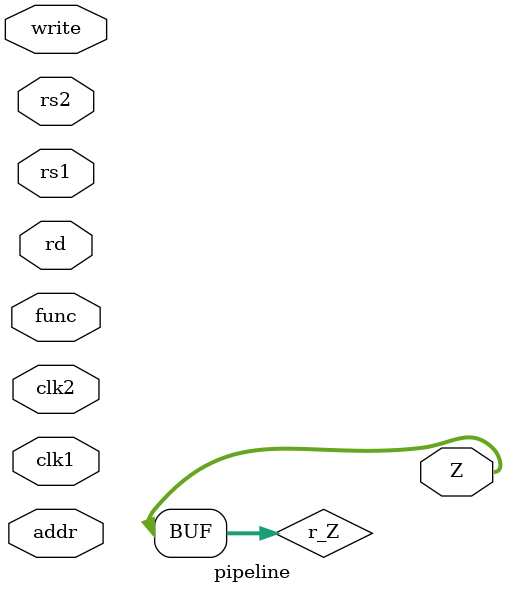
<source format=v>
`timescale 1ns / 1ps
module pipeline(rs1,rs2,rd,func,addr,clk1,clk2,write,Z);
input [3:0] rs1,rs2,rd,func;
input [7:0] addr;
input write,clk1,clk2;
output [15:0] Z;

reg [15:0] p_A,p_B,q_Z,r_Z;
reg [3:0] p_rd,p_func,q_rd;
reg [7:0] p_addr,q_addr,r_addr;

reg [15:0] regbank [0:15];
reg [15:0] mem[0:255];

assign Z=r_Z;

//stage 1

always@(posedge clk1)
begin
	p_A <= #2 regbank[rs1];
	p_B <= #2 regbank[rs2];
	p_rd <= #2 rd;
	p_func <= #2 func;
	p_addr <= #2 addr;
end

//stage 2

always@(negedge clk2)
begin
	case(func)
	0 : q_Z <= #2 p_A + p_B;
	1 : q_Z <= #2 p_A - p_B;
	2 : q_Z <= #2 p_A * p_B;
	3 : q_Z <= #2 p_A & p_B;
	4 : q_Z <= #2 p_A | p_B;
	5 : q_Z <= #2 p_A ^ p_B;
	6 : q_Z <= #2 p_A ;
	8 : q_Z <= #2 p_B;
	default :  q_Z <= #2 16'hxxxx;
	endcase
	
	q_rd <= #2 p_rd;
	q_addr <= #2 p_addr;
end

//stage 3
always@(posedge clk1)
begin
	regbank[q_rd] <= #2 q_Z;
	q_Z <= #2 r_Z;
	q_addr <= #2 q_addr;
end

//stage 4
always@(negedge clk2)
begin 
	mem[r_addr] <= #2 r_Z;
end
	
endmodule

</source>
